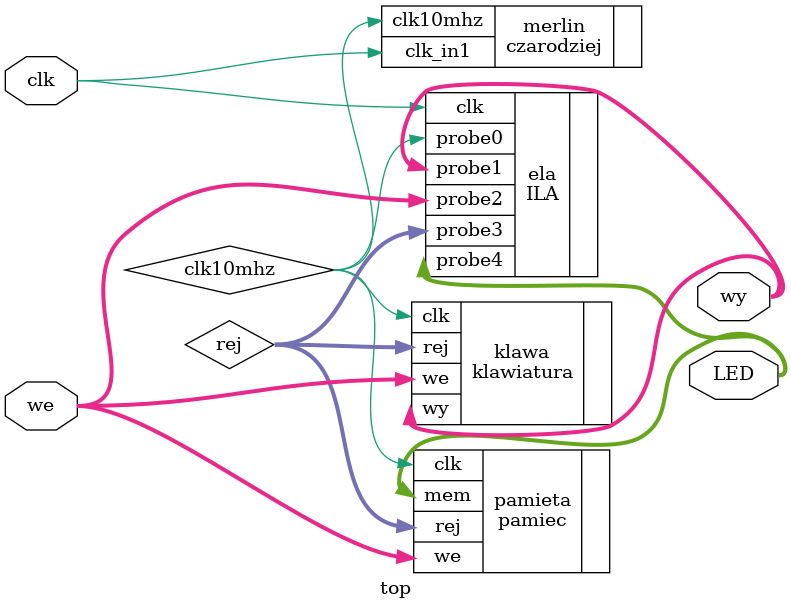
<source format=v>
`timescale 1ns / 1ps


module top(
    input clk,
    output [3:0] wy,
    input [3:0] we,
    //output [3:0] rej
    output [15:0] LED
    );

wire clk10mhz;

czarodziej merlin(
    .clk10mhz(clk10mhz),
    .clk_in1(clk)
 );

wire [3:0] rej;

klawiatura klawa(
    .clk(clk10mhz),
    .wy(wy),
    .we(we),
    .rej(rej)
);

pamiec pamieta(
    .clk(clk10mhz),
    .we(we),
    .rej(rej),
    .mem(LED)
    );

ILA ela(
    .clk(clk),
    .probe0(clk10mhz),
    .probe1(wy),
    .probe2(we),
    .probe3(rej),
    .probe4(LED)
);

endmodule

</source>
